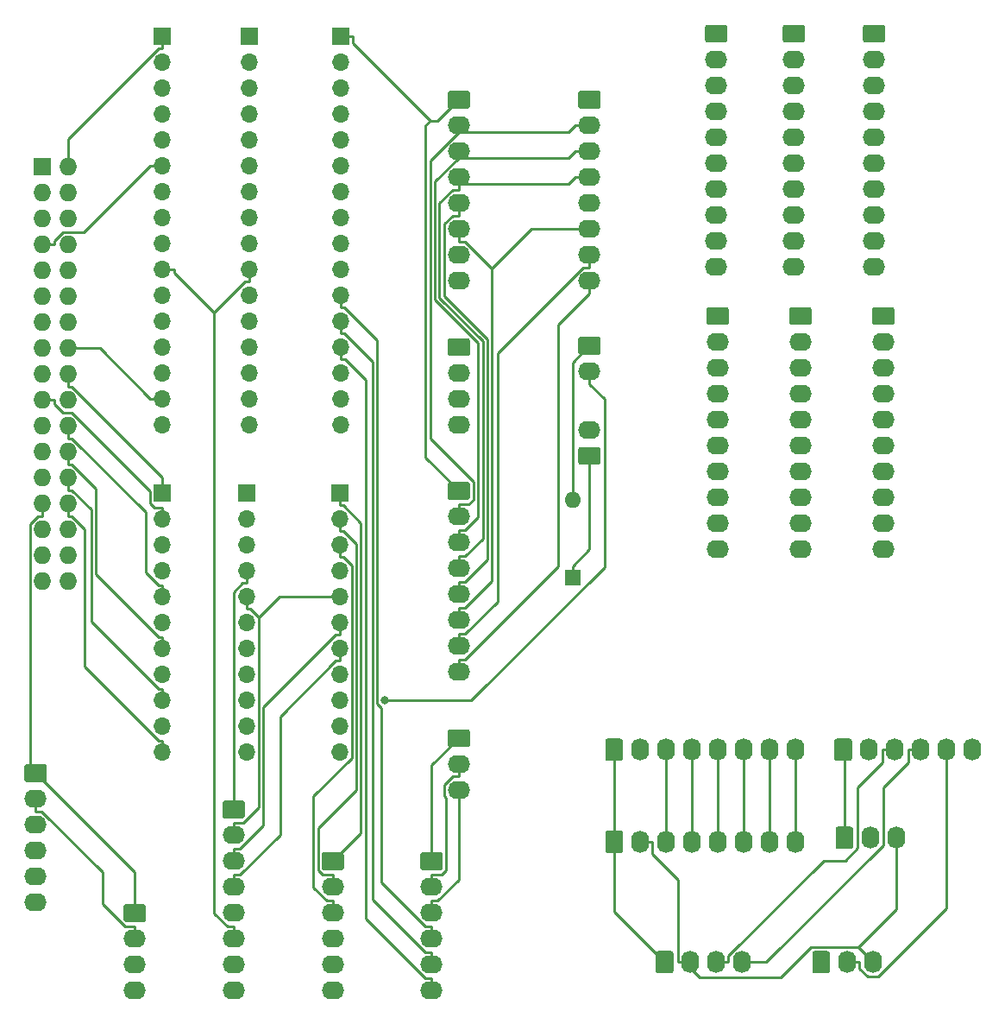
<source format=gbr>
G04 #@! TF.GenerationSoftware,KiCad,Pcbnew,(5.1.5-0-10_14)*
G04 #@! TF.CreationDate,2021-04-18T16:13:15+10:00*
G04 #@! TF.ProjectId,OH - Right Console - Input Distribution,4f48202d-2052-4696-9768-7420436f6e73,rev?*
G04 #@! TF.SameCoordinates,Original*
G04 #@! TF.FileFunction,Copper,L2,Bot*
G04 #@! TF.FilePolarity,Positive*
%FSLAX46Y46*%
G04 Gerber Fmt 4.6, Leading zero omitted, Abs format (unit mm)*
G04 Created by KiCad (PCBNEW (5.1.5-0-10_14)) date 2021-04-18 16:13:15*
%MOMM*%
%LPD*%
G04 APERTURE LIST*
%ADD10O,2.200000X1.740000*%
%ADD11C,0.100000*%
%ADD12O,1.740000X2.200000*%
%ADD13O,1.600000X1.600000*%
%ADD14R,1.600000X1.600000*%
%ADD15O,1.727200X1.727200*%
%ADD16R,1.727200X1.727200*%
%ADD17O,1.700000X1.700000*%
%ADD18R,1.700000X1.700000*%
%ADD19C,0.800000*%
%ADD20C,0.250000*%
G04 APERTURE END LIST*
D10*
X189738000Y-78613000D03*
G04 #@! TA.AperFunction,ComponentPad*
D11*
G36*
X190612505Y-80284204D02*
G01*
X190636773Y-80287804D01*
X190660572Y-80293765D01*
X190683671Y-80302030D01*
X190705850Y-80312520D01*
X190726893Y-80325132D01*
X190746599Y-80339747D01*
X190764777Y-80356223D01*
X190781253Y-80374401D01*
X190795868Y-80394107D01*
X190808480Y-80415150D01*
X190818970Y-80437329D01*
X190827235Y-80460428D01*
X190833196Y-80484227D01*
X190836796Y-80508495D01*
X190838000Y-80532999D01*
X190838000Y-81773001D01*
X190836796Y-81797505D01*
X190833196Y-81821773D01*
X190827235Y-81845572D01*
X190818970Y-81868671D01*
X190808480Y-81890850D01*
X190795868Y-81911893D01*
X190781253Y-81931599D01*
X190764777Y-81949777D01*
X190746599Y-81966253D01*
X190726893Y-81980868D01*
X190705850Y-81993480D01*
X190683671Y-82003970D01*
X190660572Y-82012235D01*
X190636773Y-82018196D01*
X190612505Y-82021796D01*
X190588001Y-82023000D01*
X188887999Y-82023000D01*
X188863495Y-82021796D01*
X188839227Y-82018196D01*
X188815428Y-82012235D01*
X188792329Y-82003970D01*
X188770150Y-81993480D01*
X188749107Y-81980868D01*
X188729401Y-81966253D01*
X188711223Y-81949777D01*
X188694747Y-81931599D01*
X188680132Y-81911893D01*
X188667520Y-81890850D01*
X188657030Y-81868671D01*
X188648765Y-81845572D01*
X188642804Y-81821773D01*
X188639204Y-81797505D01*
X188638000Y-81773001D01*
X188638000Y-80532999D01*
X188639204Y-80508495D01*
X188642804Y-80484227D01*
X188648765Y-80460428D01*
X188657030Y-80437329D01*
X188667520Y-80415150D01*
X188680132Y-80394107D01*
X188694747Y-80374401D01*
X188711223Y-80356223D01*
X188729401Y-80339747D01*
X188749107Y-80325132D01*
X188770150Y-80312520D01*
X188792329Y-80302030D01*
X188815428Y-80293765D01*
X188839227Y-80287804D01*
X188863495Y-80284204D01*
X188887999Y-80283000D01*
X190588001Y-80283000D01*
X190612505Y-80284204D01*
G37*
G04 #@! TD.AperFunction*
D12*
X219837000Y-118618000D03*
X217297000Y-118618000D03*
G04 #@! TA.AperFunction,ComponentPad*
D11*
G36*
X215401505Y-117519204D02*
G01*
X215425773Y-117522804D01*
X215449572Y-117528765D01*
X215472671Y-117537030D01*
X215494850Y-117547520D01*
X215515893Y-117560132D01*
X215535599Y-117574747D01*
X215553777Y-117591223D01*
X215570253Y-117609401D01*
X215584868Y-117629107D01*
X215597480Y-117650150D01*
X215607970Y-117672329D01*
X215616235Y-117695428D01*
X215622196Y-117719227D01*
X215625796Y-117743495D01*
X215627000Y-117767999D01*
X215627000Y-119468001D01*
X215625796Y-119492505D01*
X215622196Y-119516773D01*
X215616235Y-119540572D01*
X215607970Y-119563671D01*
X215597480Y-119585850D01*
X215584868Y-119606893D01*
X215570253Y-119626599D01*
X215553777Y-119644777D01*
X215535599Y-119661253D01*
X215515893Y-119675868D01*
X215494850Y-119688480D01*
X215472671Y-119698970D01*
X215449572Y-119707235D01*
X215425773Y-119713196D01*
X215401505Y-119716796D01*
X215377001Y-119718000D01*
X214136999Y-119718000D01*
X214112495Y-119716796D01*
X214088227Y-119713196D01*
X214064428Y-119707235D01*
X214041329Y-119698970D01*
X214019150Y-119688480D01*
X213998107Y-119675868D01*
X213978401Y-119661253D01*
X213960223Y-119644777D01*
X213943747Y-119626599D01*
X213929132Y-119606893D01*
X213916520Y-119585850D01*
X213906030Y-119563671D01*
X213897765Y-119540572D01*
X213891804Y-119516773D01*
X213888204Y-119492505D01*
X213887000Y-119468001D01*
X213887000Y-117767999D01*
X213888204Y-117743495D01*
X213891804Y-117719227D01*
X213897765Y-117695428D01*
X213906030Y-117672329D01*
X213916520Y-117650150D01*
X213929132Y-117629107D01*
X213943747Y-117609401D01*
X213960223Y-117591223D01*
X213978401Y-117574747D01*
X213998107Y-117560132D01*
X214019150Y-117547520D01*
X214041329Y-117537030D01*
X214064428Y-117528765D01*
X214088227Y-117522804D01*
X214112495Y-117519204D01*
X214136999Y-117518000D01*
X215377001Y-117518000D01*
X215401505Y-117519204D01*
G37*
G04 #@! TD.AperFunction*
D13*
X188087000Y-85471000D03*
D14*
X188087000Y-93091000D03*
D10*
X135382000Y-124968000D03*
X135382000Y-122428000D03*
X135382000Y-119888000D03*
X135382000Y-117348000D03*
X135382000Y-114808000D03*
G04 #@! TA.AperFunction,ComponentPad*
D11*
G36*
X136256505Y-111399204D02*
G01*
X136280773Y-111402804D01*
X136304572Y-111408765D01*
X136327671Y-111417030D01*
X136349850Y-111427520D01*
X136370893Y-111440132D01*
X136390599Y-111454747D01*
X136408777Y-111471223D01*
X136425253Y-111489401D01*
X136439868Y-111509107D01*
X136452480Y-111530150D01*
X136462970Y-111552329D01*
X136471235Y-111575428D01*
X136477196Y-111599227D01*
X136480796Y-111623495D01*
X136482000Y-111647999D01*
X136482000Y-112888001D01*
X136480796Y-112912505D01*
X136477196Y-112936773D01*
X136471235Y-112960572D01*
X136462970Y-112983671D01*
X136452480Y-113005850D01*
X136439868Y-113026893D01*
X136425253Y-113046599D01*
X136408777Y-113064777D01*
X136390599Y-113081253D01*
X136370893Y-113095868D01*
X136349850Y-113108480D01*
X136327671Y-113118970D01*
X136304572Y-113127235D01*
X136280773Y-113133196D01*
X136256505Y-113136796D01*
X136232001Y-113138000D01*
X134531999Y-113138000D01*
X134507495Y-113136796D01*
X134483227Y-113133196D01*
X134459428Y-113127235D01*
X134436329Y-113118970D01*
X134414150Y-113108480D01*
X134393107Y-113095868D01*
X134373401Y-113081253D01*
X134355223Y-113064777D01*
X134338747Y-113046599D01*
X134324132Y-113026893D01*
X134311520Y-113005850D01*
X134301030Y-112983671D01*
X134292765Y-112960572D01*
X134286804Y-112936773D01*
X134283204Y-112912505D01*
X134282000Y-112888001D01*
X134282000Y-111647999D01*
X134283204Y-111623495D01*
X134286804Y-111599227D01*
X134292765Y-111575428D01*
X134301030Y-111552329D01*
X134311520Y-111530150D01*
X134324132Y-111509107D01*
X134338747Y-111489401D01*
X134355223Y-111471223D01*
X134373401Y-111454747D01*
X134393107Y-111440132D01*
X134414150Y-111427520D01*
X134436329Y-111417030D01*
X134459428Y-111408765D01*
X134483227Y-111402804D01*
X134507495Y-111399204D01*
X134531999Y-111398000D01*
X136232001Y-111398000D01*
X136256505Y-111399204D01*
G37*
G04 #@! TD.AperFunction*
D10*
X189738000Y-64008000D03*
X189738000Y-61468000D03*
X189738000Y-58928000D03*
X189738000Y-56388000D03*
X189738000Y-53848000D03*
X189738000Y-51308000D03*
X189738000Y-48768000D03*
G04 #@! TA.AperFunction,ComponentPad*
D11*
G36*
X190612505Y-45359204D02*
G01*
X190636773Y-45362804D01*
X190660572Y-45368765D01*
X190683671Y-45377030D01*
X190705850Y-45387520D01*
X190726893Y-45400132D01*
X190746599Y-45414747D01*
X190764777Y-45431223D01*
X190781253Y-45449401D01*
X190795868Y-45469107D01*
X190808480Y-45490150D01*
X190818970Y-45512329D01*
X190827235Y-45535428D01*
X190833196Y-45559227D01*
X190836796Y-45583495D01*
X190838000Y-45607999D01*
X190838000Y-46848001D01*
X190836796Y-46872505D01*
X190833196Y-46896773D01*
X190827235Y-46920572D01*
X190818970Y-46943671D01*
X190808480Y-46965850D01*
X190795868Y-46986893D01*
X190781253Y-47006599D01*
X190764777Y-47024777D01*
X190746599Y-47041253D01*
X190726893Y-47055868D01*
X190705850Y-47068480D01*
X190683671Y-47078970D01*
X190660572Y-47087235D01*
X190636773Y-47093196D01*
X190612505Y-47096796D01*
X190588001Y-47098000D01*
X188887999Y-47098000D01*
X188863495Y-47096796D01*
X188839227Y-47093196D01*
X188815428Y-47087235D01*
X188792329Y-47078970D01*
X188770150Y-47068480D01*
X188749107Y-47055868D01*
X188729401Y-47041253D01*
X188711223Y-47024777D01*
X188694747Y-47006599D01*
X188680132Y-46986893D01*
X188667520Y-46965850D01*
X188657030Y-46943671D01*
X188648765Y-46920572D01*
X188642804Y-46896773D01*
X188639204Y-46872505D01*
X188638000Y-46848001D01*
X188638000Y-45607999D01*
X188639204Y-45583495D01*
X188642804Y-45559227D01*
X188648765Y-45535428D01*
X188657030Y-45512329D01*
X188667520Y-45490150D01*
X188680132Y-45469107D01*
X188694747Y-45449401D01*
X188711223Y-45431223D01*
X188729401Y-45414747D01*
X188749107Y-45400132D01*
X188770150Y-45387520D01*
X188792329Y-45377030D01*
X188815428Y-45368765D01*
X188839227Y-45362804D01*
X188863495Y-45359204D01*
X188887999Y-45358000D01*
X190588001Y-45358000D01*
X190612505Y-45359204D01*
G37*
G04 #@! TD.AperFunction*
D10*
X189738000Y-72898000D03*
G04 #@! TA.AperFunction,ComponentPad*
D11*
G36*
X190612505Y-69489204D02*
G01*
X190636773Y-69492804D01*
X190660572Y-69498765D01*
X190683671Y-69507030D01*
X190705850Y-69517520D01*
X190726893Y-69530132D01*
X190746599Y-69544747D01*
X190764777Y-69561223D01*
X190781253Y-69579401D01*
X190795868Y-69599107D01*
X190808480Y-69620150D01*
X190818970Y-69642329D01*
X190827235Y-69665428D01*
X190833196Y-69689227D01*
X190836796Y-69713495D01*
X190838000Y-69737999D01*
X190838000Y-70978001D01*
X190836796Y-71002505D01*
X190833196Y-71026773D01*
X190827235Y-71050572D01*
X190818970Y-71073671D01*
X190808480Y-71095850D01*
X190795868Y-71116893D01*
X190781253Y-71136599D01*
X190764777Y-71154777D01*
X190746599Y-71171253D01*
X190726893Y-71185868D01*
X190705850Y-71198480D01*
X190683671Y-71208970D01*
X190660572Y-71217235D01*
X190636773Y-71223196D01*
X190612505Y-71226796D01*
X190588001Y-71228000D01*
X188887999Y-71228000D01*
X188863495Y-71226796D01*
X188839227Y-71223196D01*
X188815428Y-71217235D01*
X188792329Y-71208970D01*
X188770150Y-71198480D01*
X188749107Y-71185868D01*
X188729401Y-71171253D01*
X188711223Y-71154777D01*
X188694747Y-71136599D01*
X188680132Y-71116893D01*
X188667520Y-71095850D01*
X188657030Y-71073671D01*
X188648765Y-71050572D01*
X188642804Y-71026773D01*
X188639204Y-71002505D01*
X188638000Y-70978001D01*
X188638000Y-69737999D01*
X188639204Y-69713495D01*
X188642804Y-69689227D01*
X188648765Y-69665428D01*
X188657030Y-69642329D01*
X188667520Y-69620150D01*
X188680132Y-69599107D01*
X188694747Y-69579401D01*
X188711223Y-69561223D01*
X188729401Y-69544747D01*
X188749107Y-69530132D01*
X188770150Y-69517520D01*
X188792329Y-69507030D01*
X188815428Y-69498765D01*
X188839227Y-69492804D01*
X188863495Y-69489204D01*
X188887999Y-69488000D01*
X190588001Y-69488000D01*
X190612505Y-69489204D01*
G37*
G04 #@! TD.AperFunction*
D12*
X217551000Y-130810000D03*
X215011000Y-130810000D03*
G04 #@! TA.AperFunction,ComponentPad*
D11*
G36*
X213115505Y-129711204D02*
G01*
X213139773Y-129714804D01*
X213163572Y-129720765D01*
X213186671Y-129729030D01*
X213208850Y-129739520D01*
X213229893Y-129752132D01*
X213249599Y-129766747D01*
X213267777Y-129783223D01*
X213284253Y-129801401D01*
X213298868Y-129821107D01*
X213311480Y-129842150D01*
X213321970Y-129864329D01*
X213330235Y-129887428D01*
X213336196Y-129911227D01*
X213339796Y-129935495D01*
X213341000Y-129959999D01*
X213341000Y-131660001D01*
X213339796Y-131684505D01*
X213336196Y-131708773D01*
X213330235Y-131732572D01*
X213321970Y-131755671D01*
X213311480Y-131777850D01*
X213298868Y-131798893D01*
X213284253Y-131818599D01*
X213267777Y-131836777D01*
X213249599Y-131853253D01*
X213229893Y-131867868D01*
X213208850Y-131880480D01*
X213186671Y-131890970D01*
X213163572Y-131899235D01*
X213139773Y-131905196D01*
X213115505Y-131908796D01*
X213091001Y-131910000D01*
X211850999Y-131910000D01*
X211826495Y-131908796D01*
X211802227Y-131905196D01*
X211778428Y-131899235D01*
X211755329Y-131890970D01*
X211733150Y-131880480D01*
X211712107Y-131867868D01*
X211692401Y-131853253D01*
X211674223Y-131836777D01*
X211657747Y-131818599D01*
X211643132Y-131798893D01*
X211630520Y-131777850D01*
X211620030Y-131755671D01*
X211611765Y-131732572D01*
X211605804Y-131708773D01*
X211602204Y-131684505D01*
X211601000Y-131660001D01*
X211601000Y-129959999D01*
X211602204Y-129935495D01*
X211605804Y-129911227D01*
X211611765Y-129887428D01*
X211620030Y-129864329D01*
X211630520Y-129842150D01*
X211643132Y-129821107D01*
X211657747Y-129801401D01*
X211674223Y-129783223D01*
X211692401Y-129766747D01*
X211712107Y-129752132D01*
X211733150Y-129739520D01*
X211755329Y-129729030D01*
X211778428Y-129720765D01*
X211802227Y-129714804D01*
X211826495Y-129711204D01*
X211850999Y-129710000D01*
X213091001Y-129710000D01*
X213115505Y-129711204D01*
G37*
G04 #@! TD.AperFunction*
D10*
X176911000Y-64008000D03*
X176911000Y-61468000D03*
X176911000Y-58928000D03*
X176911000Y-56388000D03*
X176911000Y-53848000D03*
X176911000Y-51308000D03*
X176911000Y-48768000D03*
G04 #@! TA.AperFunction,ComponentPad*
D11*
G36*
X177785505Y-45359204D02*
G01*
X177809773Y-45362804D01*
X177833572Y-45368765D01*
X177856671Y-45377030D01*
X177878850Y-45387520D01*
X177899893Y-45400132D01*
X177919599Y-45414747D01*
X177937777Y-45431223D01*
X177954253Y-45449401D01*
X177968868Y-45469107D01*
X177981480Y-45490150D01*
X177991970Y-45512329D01*
X178000235Y-45535428D01*
X178006196Y-45559227D01*
X178009796Y-45583495D01*
X178011000Y-45607999D01*
X178011000Y-46848001D01*
X178009796Y-46872505D01*
X178006196Y-46896773D01*
X178000235Y-46920572D01*
X177991970Y-46943671D01*
X177981480Y-46965850D01*
X177968868Y-46986893D01*
X177954253Y-47006599D01*
X177937777Y-47024777D01*
X177919599Y-47041253D01*
X177899893Y-47055868D01*
X177878850Y-47068480D01*
X177856671Y-47078970D01*
X177833572Y-47087235D01*
X177809773Y-47093196D01*
X177785505Y-47096796D01*
X177761001Y-47098000D01*
X176060999Y-47098000D01*
X176036495Y-47096796D01*
X176012227Y-47093196D01*
X175988428Y-47087235D01*
X175965329Y-47078970D01*
X175943150Y-47068480D01*
X175922107Y-47055868D01*
X175902401Y-47041253D01*
X175884223Y-47024777D01*
X175867747Y-47006599D01*
X175853132Y-46986893D01*
X175840520Y-46965850D01*
X175830030Y-46943671D01*
X175821765Y-46920572D01*
X175815804Y-46896773D01*
X175812204Y-46872505D01*
X175811000Y-46848001D01*
X175811000Y-45607999D01*
X175812204Y-45583495D01*
X175815804Y-45559227D01*
X175821765Y-45535428D01*
X175830030Y-45512329D01*
X175840520Y-45490150D01*
X175853132Y-45469107D01*
X175867747Y-45449401D01*
X175884223Y-45431223D01*
X175902401Y-45414747D01*
X175922107Y-45400132D01*
X175943150Y-45387520D01*
X175965329Y-45377030D01*
X175988428Y-45368765D01*
X176012227Y-45362804D01*
X176036495Y-45359204D01*
X176060999Y-45358000D01*
X177761001Y-45358000D01*
X177785505Y-45359204D01*
G37*
G04 #@! TD.AperFunction*
D10*
X176911000Y-78105000D03*
X176911000Y-75565000D03*
X176911000Y-73025000D03*
G04 #@! TA.AperFunction,ComponentPad*
D11*
G36*
X177785505Y-69616204D02*
G01*
X177809773Y-69619804D01*
X177833572Y-69625765D01*
X177856671Y-69634030D01*
X177878850Y-69644520D01*
X177899893Y-69657132D01*
X177919599Y-69671747D01*
X177937777Y-69688223D01*
X177954253Y-69706401D01*
X177968868Y-69726107D01*
X177981480Y-69747150D01*
X177991970Y-69769329D01*
X178000235Y-69792428D01*
X178006196Y-69816227D01*
X178009796Y-69840495D01*
X178011000Y-69864999D01*
X178011000Y-71105001D01*
X178009796Y-71129505D01*
X178006196Y-71153773D01*
X178000235Y-71177572D01*
X177991970Y-71200671D01*
X177981480Y-71222850D01*
X177968868Y-71243893D01*
X177954253Y-71263599D01*
X177937777Y-71281777D01*
X177919599Y-71298253D01*
X177899893Y-71312868D01*
X177878850Y-71325480D01*
X177856671Y-71335970D01*
X177833572Y-71344235D01*
X177809773Y-71350196D01*
X177785505Y-71353796D01*
X177761001Y-71355000D01*
X176060999Y-71355000D01*
X176036495Y-71353796D01*
X176012227Y-71350196D01*
X175988428Y-71344235D01*
X175965329Y-71335970D01*
X175943150Y-71325480D01*
X175922107Y-71312868D01*
X175902401Y-71298253D01*
X175884223Y-71281777D01*
X175867747Y-71263599D01*
X175853132Y-71243893D01*
X175840520Y-71222850D01*
X175830030Y-71200671D01*
X175821765Y-71177572D01*
X175815804Y-71153773D01*
X175812204Y-71129505D01*
X175811000Y-71105001D01*
X175811000Y-69864999D01*
X175812204Y-69840495D01*
X175815804Y-69816227D01*
X175821765Y-69792428D01*
X175830030Y-69769329D01*
X175840520Y-69747150D01*
X175853132Y-69726107D01*
X175867747Y-69706401D01*
X175884223Y-69688223D01*
X175902401Y-69671747D01*
X175922107Y-69657132D01*
X175943150Y-69644520D01*
X175965329Y-69634030D01*
X175988428Y-69625765D01*
X176012227Y-69619804D01*
X176036495Y-69616204D01*
X176060999Y-69615000D01*
X177761001Y-69615000D01*
X177785505Y-69616204D01*
G37*
G04 #@! TD.AperFunction*
D10*
X174244000Y-133604000D03*
X174244000Y-131064000D03*
X174244000Y-128524000D03*
X174244000Y-125984000D03*
X174244000Y-123444000D03*
G04 #@! TA.AperFunction,ComponentPad*
D11*
G36*
X175118505Y-120035204D02*
G01*
X175142773Y-120038804D01*
X175166572Y-120044765D01*
X175189671Y-120053030D01*
X175211850Y-120063520D01*
X175232893Y-120076132D01*
X175252599Y-120090747D01*
X175270777Y-120107223D01*
X175287253Y-120125401D01*
X175301868Y-120145107D01*
X175314480Y-120166150D01*
X175324970Y-120188329D01*
X175333235Y-120211428D01*
X175339196Y-120235227D01*
X175342796Y-120259495D01*
X175344000Y-120283999D01*
X175344000Y-121524001D01*
X175342796Y-121548505D01*
X175339196Y-121572773D01*
X175333235Y-121596572D01*
X175324970Y-121619671D01*
X175314480Y-121641850D01*
X175301868Y-121662893D01*
X175287253Y-121682599D01*
X175270777Y-121700777D01*
X175252599Y-121717253D01*
X175232893Y-121731868D01*
X175211850Y-121744480D01*
X175189671Y-121754970D01*
X175166572Y-121763235D01*
X175142773Y-121769196D01*
X175118505Y-121772796D01*
X175094001Y-121774000D01*
X173393999Y-121774000D01*
X173369495Y-121772796D01*
X173345227Y-121769196D01*
X173321428Y-121763235D01*
X173298329Y-121754970D01*
X173276150Y-121744480D01*
X173255107Y-121731868D01*
X173235401Y-121717253D01*
X173217223Y-121700777D01*
X173200747Y-121682599D01*
X173186132Y-121662893D01*
X173173520Y-121641850D01*
X173163030Y-121619671D01*
X173154765Y-121596572D01*
X173148804Y-121572773D01*
X173145204Y-121548505D01*
X173144000Y-121524001D01*
X173144000Y-120283999D01*
X173145204Y-120259495D01*
X173148804Y-120235227D01*
X173154765Y-120211428D01*
X173163030Y-120188329D01*
X173173520Y-120166150D01*
X173186132Y-120145107D01*
X173200747Y-120125401D01*
X173217223Y-120107223D01*
X173235401Y-120090747D01*
X173255107Y-120076132D01*
X173276150Y-120063520D01*
X173298329Y-120053030D01*
X173321428Y-120044765D01*
X173345227Y-120038804D01*
X173369495Y-120035204D01*
X173393999Y-120034000D01*
X175094001Y-120034000D01*
X175118505Y-120035204D01*
G37*
G04 #@! TD.AperFunction*
D10*
X176911000Y-102362000D03*
X176911000Y-99822000D03*
X176911000Y-97282000D03*
X176911000Y-94742000D03*
X176911000Y-92202000D03*
X176911000Y-89662000D03*
X176911000Y-87122000D03*
G04 #@! TA.AperFunction,ComponentPad*
D11*
G36*
X177785505Y-83713204D02*
G01*
X177809773Y-83716804D01*
X177833572Y-83722765D01*
X177856671Y-83731030D01*
X177878850Y-83741520D01*
X177899893Y-83754132D01*
X177919599Y-83768747D01*
X177937777Y-83785223D01*
X177954253Y-83803401D01*
X177968868Y-83823107D01*
X177981480Y-83844150D01*
X177991970Y-83866329D01*
X178000235Y-83889428D01*
X178006196Y-83913227D01*
X178009796Y-83937495D01*
X178011000Y-83961999D01*
X178011000Y-85202001D01*
X178009796Y-85226505D01*
X178006196Y-85250773D01*
X178000235Y-85274572D01*
X177991970Y-85297671D01*
X177981480Y-85319850D01*
X177968868Y-85340893D01*
X177954253Y-85360599D01*
X177937777Y-85378777D01*
X177919599Y-85395253D01*
X177899893Y-85409868D01*
X177878850Y-85422480D01*
X177856671Y-85432970D01*
X177833572Y-85441235D01*
X177809773Y-85447196D01*
X177785505Y-85450796D01*
X177761001Y-85452000D01*
X176060999Y-85452000D01*
X176036495Y-85450796D01*
X176012227Y-85447196D01*
X175988428Y-85441235D01*
X175965329Y-85432970D01*
X175943150Y-85422480D01*
X175922107Y-85409868D01*
X175902401Y-85395253D01*
X175884223Y-85378777D01*
X175867747Y-85360599D01*
X175853132Y-85340893D01*
X175840520Y-85319850D01*
X175830030Y-85297671D01*
X175821765Y-85274572D01*
X175815804Y-85250773D01*
X175812204Y-85226505D01*
X175811000Y-85202001D01*
X175811000Y-83961999D01*
X175812204Y-83937495D01*
X175815804Y-83913227D01*
X175821765Y-83889428D01*
X175830030Y-83866329D01*
X175840520Y-83844150D01*
X175853132Y-83823107D01*
X175867747Y-83803401D01*
X175884223Y-83785223D01*
X175902401Y-83768747D01*
X175922107Y-83754132D01*
X175943150Y-83741520D01*
X175965329Y-83731030D01*
X175988428Y-83722765D01*
X176012227Y-83716804D01*
X176036495Y-83713204D01*
X176060999Y-83712000D01*
X177761001Y-83712000D01*
X177785505Y-83713204D01*
G37*
G04 #@! TD.AperFunction*
D10*
X176911000Y-113919000D03*
X176911000Y-111379000D03*
G04 #@! TA.AperFunction,ComponentPad*
D11*
G36*
X177785505Y-107970204D02*
G01*
X177809773Y-107973804D01*
X177833572Y-107979765D01*
X177856671Y-107988030D01*
X177878850Y-107998520D01*
X177899893Y-108011132D01*
X177919599Y-108025747D01*
X177937777Y-108042223D01*
X177954253Y-108060401D01*
X177968868Y-108080107D01*
X177981480Y-108101150D01*
X177991970Y-108123329D01*
X178000235Y-108146428D01*
X178006196Y-108170227D01*
X178009796Y-108194495D01*
X178011000Y-108218999D01*
X178011000Y-109459001D01*
X178009796Y-109483505D01*
X178006196Y-109507773D01*
X178000235Y-109531572D01*
X177991970Y-109554671D01*
X177981480Y-109576850D01*
X177968868Y-109597893D01*
X177954253Y-109617599D01*
X177937777Y-109635777D01*
X177919599Y-109652253D01*
X177899893Y-109666868D01*
X177878850Y-109679480D01*
X177856671Y-109689970D01*
X177833572Y-109698235D01*
X177809773Y-109704196D01*
X177785505Y-109707796D01*
X177761001Y-109709000D01*
X176060999Y-109709000D01*
X176036495Y-109707796D01*
X176012227Y-109704196D01*
X175988428Y-109698235D01*
X175965329Y-109689970D01*
X175943150Y-109679480D01*
X175922107Y-109666868D01*
X175902401Y-109652253D01*
X175884223Y-109635777D01*
X175867747Y-109617599D01*
X175853132Y-109597893D01*
X175840520Y-109576850D01*
X175830030Y-109554671D01*
X175821765Y-109531572D01*
X175815804Y-109507773D01*
X175812204Y-109483505D01*
X175811000Y-109459001D01*
X175811000Y-108218999D01*
X175812204Y-108194495D01*
X175815804Y-108170227D01*
X175821765Y-108146428D01*
X175830030Y-108123329D01*
X175840520Y-108101150D01*
X175853132Y-108080107D01*
X175867747Y-108060401D01*
X175884223Y-108042223D01*
X175902401Y-108025747D01*
X175922107Y-108011132D01*
X175943150Y-107998520D01*
X175965329Y-107988030D01*
X175988428Y-107979765D01*
X176012227Y-107973804D01*
X176036495Y-107970204D01*
X176060999Y-107969000D01*
X177761001Y-107969000D01*
X177785505Y-107970204D01*
G37*
G04 #@! TD.AperFunction*
D12*
X209931000Y-118999000D03*
X207391000Y-118999000D03*
X204851000Y-118999000D03*
X202311000Y-118999000D03*
X199771000Y-118999000D03*
X197231000Y-118999000D03*
X194691000Y-118999000D03*
G04 #@! TA.AperFunction,ComponentPad*
D11*
G36*
X192795505Y-117900204D02*
G01*
X192819773Y-117903804D01*
X192843572Y-117909765D01*
X192866671Y-117918030D01*
X192888850Y-117928520D01*
X192909893Y-117941132D01*
X192929599Y-117955747D01*
X192947777Y-117972223D01*
X192964253Y-117990401D01*
X192978868Y-118010107D01*
X192991480Y-118031150D01*
X193001970Y-118053329D01*
X193010235Y-118076428D01*
X193016196Y-118100227D01*
X193019796Y-118124495D01*
X193021000Y-118148999D01*
X193021000Y-119849001D01*
X193019796Y-119873505D01*
X193016196Y-119897773D01*
X193010235Y-119921572D01*
X193001970Y-119944671D01*
X192991480Y-119966850D01*
X192978868Y-119987893D01*
X192964253Y-120007599D01*
X192947777Y-120025777D01*
X192929599Y-120042253D01*
X192909893Y-120056868D01*
X192888850Y-120069480D01*
X192866671Y-120079970D01*
X192843572Y-120088235D01*
X192819773Y-120094196D01*
X192795505Y-120097796D01*
X192771001Y-120099000D01*
X191530999Y-120099000D01*
X191506495Y-120097796D01*
X191482227Y-120094196D01*
X191458428Y-120088235D01*
X191435329Y-120079970D01*
X191413150Y-120069480D01*
X191392107Y-120056868D01*
X191372401Y-120042253D01*
X191354223Y-120025777D01*
X191337747Y-120007599D01*
X191323132Y-119987893D01*
X191310520Y-119966850D01*
X191300030Y-119944671D01*
X191291765Y-119921572D01*
X191285804Y-119897773D01*
X191282204Y-119873505D01*
X191281000Y-119849001D01*
X191281000Y-118148999D01*
X191282204Y-118124495D01*
X191285804Y-118100227D01*
X191291765Y-118076428D01*
X191300030Y-118053329D01*
X191310520Y-118031150D01*
X191323132Y-118010107D01*
X191337747Y-117990401D01*
X191354223Y-117972223D01*
X191372401Y-117955747D01*
X191392107Y-117941132D01*
X191413150Y-117928520D01*
X191435329Y-117918030D01*
X191458428Y-117909765D01*
X191482227Y-117903804D01*
X191506495Y-117900204D01*
X191530999Y-117899000D01*
X192771001Y-117899000D01*
X192795505Y-117900204D01*
G37*
G04 #@! TD.AperFunction*
D12*
X204724000Y-130810000D03*
X202184000Y-130810000D03*
X199644000Y-130810000D03*
G04 #@! TA.AperFunction,ComponentPad*
D11*
G36*
X197748505Y-129711204D02*
G01*
X197772773Y-129714804D01*
X197796572Y-129720765D01*
X197819671Y-129729030D01*
X197841850Y-129739520D01*
X197862893Y-129752132D01*
X197882599Y-129766747D01*
X197900777Y-129783223D01*
X197917253Y-129801401D01*
X197931868Y-129821107D01*
X197944480Y-129842150D01*
X197954970Y-129864329D01*
X197963235Y-129887428D01*
X197969196Y-129911227D01*
X197972796Y-129935495D01*
X197974000Y-129959999D01*
X197974000Y-131660001D01*
X197972796Y-131684505D01*
X197969196Y-131708773D01*
X197963235Y-131732572D01*
X197954970Y-131755671D01*
X197944480Y-131777850D01*
X197931868Y-131798893D01*
X197917253Y-131818599D01*
X197900777Y-131836777D01*
X197882599Y-131853253D01*
X197862893Y-131867868D01*
X197841850Y-131880480D01*
X197819671Y-131890970D01*
X197796572Y-131899235D01*
X197772773Y-131905196D01*
X197748505Y-131908796D01*
X197724001Y-131910000D01*
X196483999Y-131910000D01*
X196459495Y-131908796D01*
X196435227Y-131905196D01*
X196411428Y-131899235D01*
X196388329Y-131890970D01*
X196366150Y-131880480D01*
X196345107Y-131867868D01*
X196325401Y-131853253D01*
X196307223Y-131836777D01*
X196290747Y-131818599D01*
X196276132Y-131798893D01*
X196263520Y-131777850D01*
X196253030Y-131755671D01*
X196244765Y-131732572D01*
X196238804Y-131708773D01*
X196235204Y-131684505D01*
X196234000Y-131660001D01*
X196234000Y-129959999D01*
X196235204Y-129935495D01*
X196238804Y-129911227D01*
X196244765Y-129887428D01*
X196253030Y-129864329D01*
X196263520Y-129842150D01*
X196276132Y-129821107D01*
X196290747Y-129801401D01*
X196307223Y-129783223D01*
X196325401Y-129766747D01*
X196345107Y-129752132D01*
X196366150Y-129739520D01*
X196388329Y-129729030D01*
X196411428Y-129720765D01*
X196435227Y-129714804D01*
X196459495Y-129711204D01*
X196483999Y-129710000D01*
X197724001Y-129710000D01*
X197748505Y-129711204D01*
G37*
G04 #@! TD.AperFunction*
D10*
X164528000Y-133604000D03*
X164528000Y-131064000D03*
X164528000Y-128524000D03*
X164528000Y-125984000D03*
X164528000Y-123444000D03*
G04 #@! TA.AperFunction,ComponentPad*
D11*
G36*
X165402505Y-120035204D02*
G01*
X165426773Y-120038804D01*
X165450572Y-120044765D01*
X165473671Y-120053030D01*
X165495850Y-120063520D01*
X165516893Y-120076132D01*
X165536599Y-120090747D01*
X165554777Y-120107223D01*
X165571253Y-120125401D01*
X165585868Y-120145107D01*
X165598480Y-120166150D01*
X165608970Y-120188329D01*
X165617235Y-120211428D01*
X165623196Y-120235227D01*
X165626796Y-120259495D01*
X165628000Y-120283999D01*
X165628000Y-121524001D01*
X165626796Y-121548505D01*
X165623196Y-121572773D01*
X165617235Y-121596572D01*
X165608970Y-121619671D01*
X165598480Y-121641850D01*
X165585868Y-121662893D01*
X165571253Y-121682599D01*
X165554777Y-121700777D01*
X165536599Y-121717253D01*
X165516893Y-121731868D01*
X165495850Y-121744480D01*
X165473671Y-121754970D01*
X165450572Y-121763235D01*
X165426773Y-121769196D01*
X165402505Y-121772796D01*
X165378001Y-121774000D01*
X163677999Y-121774000D01*
X163653495Y-121772796D01*
X163629227Y-121769196D01*
X163605428Y-121763235D01*
X163582329Y-121754970D01*
X163560150Y-121744480D01*
X163539107Y-121731868D01*
X163519401Y-121717253D01*
X163501223Y-121700777D01*
X163484747Y-121682599D01*
X163470132Y-121662893D01*
X163457520Y-121641850D01*
X163447030Y-121619671D01*
X163438765Y-121596572D01*
X163432804Y-121572773D01*
X163429204Y-121548505D01*
X163428000Y-121524001D01*
X163428000Y-120283999D01*
X163429204Y-120259495D01*
X163432804Y-120235227D01*
X163438765Y-120211428D01*
X163447030Y-120188329D01*
X163457520Y-120166150D01*
X163470132Y-120145107D01*
X163484747Y-120125401D01*
X163501223Y-120107223D01*
X163519401Y-120090747D01*
X163539107Y-120076132D01*
X163560150Y-120063520D01*
X163582329Y-120053030D01*
X163605428Y-120044765D01*
X163629227Y-120038804D01*
X163653495Y-120035204D01*
X163677999Y-120034000D01*
X165378001Y-120034000D01*
X165402505Y-120035204D01*
G37*
G04 #@! TD.AperFunction*
D10*
X154813000Y-133604000D03*
X154813000Y-131064000D03*
X154813000Y-128524000D03*
X154813000Y-125984000D03*
X154813000Y-123444000D03*
X154813000Y-120904000D03*
X154813000Y-118364000D03*
G04 #@! TA.AperFunction,ComponentPad*
D11*
G36*
X155687505Y-114955204D02*
G01*
X155711773Y-114958804D01*
X155735572Y-114964765D01*
X155758671Y-114973030D01*
X155780850Y-114983520D01*
X155801893Y-114996132D01*
X155821599Y-115010747D01*
X155839777Y-115027223D01*
X155856253Y-115045401D01*
X155870868Y-115065107D01*
X155883480Y-115086150D01*
X155893970Y-115108329D01*
X155902235Y-115131428D01*
X155908196Y-115155227D01*
X155911796Y-115179495D01*
X155913000Y-115203999D01*
X155913000Y-116444001D01*
X155911796Y-116468505D01*
X155908196Y-116492773D01*
X155902235Y-116516572D01*
X155893970Y-116539671D01*
X155883480Y-116561850D01*
X155870868Y-116582893D01*
X155856253Y-116602599D01*
X155839777Y-116620777D01*
X155821599Y-116637253D01*
X155801893Y-116651868D01*
X155780850Y-116664480D01*
X155758671Y-116674970D01*
X155735572Y-116683235D01*
X155711773Y-116689196D01*
X155687505Y-116692796D01*
X155663001Y-116694000D01*
X153962999Y-116694000D01*
X153938495Y-116692796D01*
X153914227Y-116689196D01*
X153890428Y-116683235D01*
X153867329Y-116674970D01*
X153845150Y-116664480D01*
X153824107Y-116651868D01*
X153804401Y-116637253D01*
X153786223Y-116620777D01*
X153769747Y-116602599D01*
X153755132Y-116582893D01*
X153742520Y-116561850D01*
X153732030Y-116539671D01*
X153723765Y-116516572D01*
X153717804Y-116492773D01*
X153714204Y-116468505D01*
X153713000Y-116444001D01*
X153713000Y-115203999D01*
X153714204Y-115179495D01*
X153717804Y-115155227D01*
X153723765Y-115131428D01*
X153732030Y-115108329D01*
X153742520Y-115086150D01*
X153755132Y-115065107D01*
X153769747Y-115045401D01*
X153786223Y-115027223D01*
X153804401Y-115010747D01*
X153824107Y-114996132D01*
X153845150Y-114983520D01*
X153867329Y-114973030D01*
X153890428Y-114964765D01*
X153914227Y-114958804D01*
X153938495Y-114955204D01*
X153962999Y-114954000D01*
X155663001Y-114954000D01*
X155687505Y-114955204D01*
G37*
G04 #@! TD.AperFunction*
D12*
X227330000Y-109982000D03*
X224790000Y-109982000D03*
X222250000Y-109982000D03*
X219710000Y-109982000D03*
X217170000Y-109982000D03*
G04 #@! TA.AperFunction,ComponentPad*
D11*
G36*
X215274505Y-108883204D02*
G01*
X215298773Y-108886804D01*
X215322572Y-108892765D01*
X215345671Y-108901030D01*
X215367850Y-108911520D01*
X215388893Y-108924132D01*
X215408599Y-108938747D01*
X215426777Y-108955223D01*
X215443253Y-108973401D01*
X215457868Y-108993107D01*
X215470480Y-109014150D01*
X215480970Y-109036329D01*
X215489235Y-109059428D01*
X215495196Y-109083227D01*
X215498796Y-109107495D01*
X215500000Y-109131999D01*
X215500000Y-110832001D01*
X215498796Y-110856505D01*
X215495196Y-110880773D01*
X215489235Y-110904572D01*
X215480970Y-110927671D01*
X215470480Y-110949850D01*
X215457868Y-110970893D01*
X215443253Y-110990599D01*
X215426777Y-111008777D01*
X215408599Y-111025253D01*
X215388893Y-111039868D01*
X215367850Y-111052480D01*
X215345671Y-111062970D01*
X215322572Y-111071235D01*
X215298773Y-111077196D01*
X215274505Y-111080796D01*
X215250001Y-111082000D01*
X214009999Y-111082000D01*
X213985495Y-111080796D01*
X213961227Y-111077196D01*
X213937428Y-111071235D01*
X213914329Y-111062970D01*
X213892150Y-111052480D01*
X213871107Y-111039868D01*
X213851401Y-111025253D01*
X213833223Y-111008777D01*
X213816747Y-110990599D01*
X213802132Y-110970893D01*
X213789520Y-110949850D01*
X213779030Y-110927671D01*
X213770765Y-110904572D01*
X213764804Y-110880773D01*
X213761204Y-110856505D01*
X213760000Y-110832001D01*
X213760000Y-109131999D01*
X213761204Y-109107495D01*
X213764804Y-109083227D01*
X213770765Y-109059428D01*
X213779030Y-109036329D01*
X213789520Y-109014150D01*
X213802132Y-108993107D01*
X213816747Y-108973401D01*
X213833223Y-108955223D01*
X213851401Y-108938747D01*
X213871107Y-108924132D01*
X213892150Y-108911520D01*
X213914329Y-108901030D01*
X213937428Y-108892765D01*
X213961227Y-108886804D01*
X213985495Y-108883204D01*
X214009999Y-108882000D01*
X215250001Y-108882000D01*
X215274505Y-108883204D01*
G37*
G04 #@! TD.AperFunction*
D10*
X145098000Y-133604000D03*
X145098000Y-131064000D03*
X145098000Y-128524000D03*
G04 #@! TA.AperFunction,ComponentPad*
D11*
G36*
X145972505Y-125115204D02*
G01*
X145996773Y-125118804D01*
X146020572Y-125124765D01*
X146043671Y-125133030D01*
X146065850Y-125143520D01*
X146086893Y-125156132D01*
X146106599Y-125170747D01*
X146124777Y-125187223D01*
X146141253Y-125205401D01*
X146155868Y-125225107D01*
X146168480Y-125246150D01*
X146178970Y-125268329D01*
X146187235Y-125291428D01*
X146193196Y-125315227D01*
X146196796Y-125339495D01*
X146198000Y-125363999D01*
X146198000Y-126604001D01*
X146196796Y-126628505D01*
X146193196Y-126652773D01*
X146187235Y-126676572D01*
X146178970Y-126699671D01*
X146168480Y-126721850D01*
X146155868Y-126742893D01*
X146141253Y-126762599D01*
X146124777Y-126780777D01*
X146106599Y-126797253D01*
X146086893Y-126811868D01*
X146065850Y-126824480D01*
X146043671Y-126834970D01*
X146020572Y-126843235D01*
X145996773Y-126849196D01*
X145972505Y-126852796D01*
X145948001Y-126854000D01*
X144247999Y-126854000D01*
X144223495Y-126852796D01*
X144199227Y-126849196D01*
X144175428Y-126843235D01*
X144152329Y-126834970D01*
X144130150Y-126824480D01*
X144109107Y-126811868D01*
X144089401Y-126797253D01*
X144071223Y-126780777D01*
X144054747Y-126762599D01*
X144040132Y-126742893D01*
X144027520Y-126721850D01*
X144017030Y-126699671D01*
X144008765Y-126676572D01*
X144002804Y-126652773D01*
X143999204Y-126628505D01*
X143998000Y-126604001D01*
X143998000Y-125363999D01*
X143999204Y-125339495D01*
X144002804Y-125315227D01*
X144008765Y-125291428D01*
X144017030Y-125268329D01*
X144027520Y-125246150D01*
X144040132Y-125225107D01*
X144054747Y-125205401D01*
X144071223Y-125187223D01*
X144089401Y-125170747D01*
X144109107Y-125156132D01*
X144130150Y-125143520D01*
X144152329Y-125133030D01*
X144175428Y-125124765D01*
X144199227Y-125118804D01*
X144223495Y-125115204D01*
X144247999Y-125114000D01*
X145948001Y-125114000D01*
X145972505Y-125115204D01*
G37*
G04 #@! TD.AperFunction*
D10*
X202184000Y-62611000D03*
X202184000Y-60071000D03*
X202184000Y-57531000D03*
X202184000Y-54991000D03*
X202184000Y-52451000D03*
X202184000Y-49911000D03*
X202184000Y-47371000D03*
X202184000Y-44831000D03*
X202184000Y-42291000D03*
G04 #@! TA.AperFunction,ComponentPad*
D11*
G36*
X203058505Y-38882204D02*
G01*
X203082773Y-38885804D01*
X203106572Y-38891765D01*
X203129671Y-38900030D01*
X203151850Y-38910520D01*
X203172893Y-38923132D01*
X203192599Y-38937747D01*
X203210777Y-38954223D01*
X203227253Y-38972401D01*
X203241868Y-38992107D01*
X203254480Y-39013150D01*
X203264970Y-39035329D01*
X203273235Y-39058428D01*
X203279196Y-39082227D01*
X203282796Y-39106495D01*
X203284000Y-39130999D01*
X203284000Y-40371001D01*
X203282796Y-40395505D01*
X203279196Y-40419773D01*
X203273235Y-40443572D01*
X203264970Y-40466671D01*
X203254480Y-40488850D01*
X203241868Y-40509893D01*
X203227253Y-40529599D01*
X203210777Y-40547777D01*
X203192599Y-40564253D01*
X203172893Y-40578868D01*
X203151850Y-40591480D01*
X203129671Y-40601970D01*
X203106572Y-40610235D01*
X203082773Y-40616196D01*
X203058505Y-40619796D01*
X203034001Y-40621000D01*
X201333999Y-40621000D01*
X201309495Y-40619796D01*
X201285227Y-40616196D01*
X201261428Y-40610235D01*
X201238329Y-40601970D01*
X201216150Y-40591480D01*
X201195107Y-40578868D01*
X201175401Y-40564253D01*
X201157223Y-40547777D01*
X201140747Y-40529599D01*
X201126132Y-40509893D01*
X201113520Y-40488850D01*
X201103030Y-40466671D01*
X201094765Y-40443572D01*
X201088804Y-40419773D01*
X201085204Y-40395505D01*
X201084000Y-40371001D01*
X201084000Y-39130999D01*
X201085204Y-39106495D01*
X201088804Y-39082227D01*
X201094765Y-39058428D01*
X201103030Y-39035329D01*
X201113520Y-39013150D01*
X201126132Y-38992107D01*
X201140747Y-38972401D01*
X201157223Y-38954223D01*
X201175401Y-38937747D01*
X201195107Y-38923132D01*
X201216150Y-38910520D01*
X201238329Y-38900030D01*
X201261428Y-38891765D01*
X201285227Y-38885804D01*
X201309495Y-38882204D01*
X201333999Y-38881000D01*
X203034001Y-38881000D01*
X203058505Y-38882204D01*
G37*
G04 #@! TD.AperFunction*
D10*
X202311000Y-90297000D03*
X202311000Y-87757000D03*
X202311000Y-85217000D03*
X202311000Y-82677000D03*
X202311000Y-80137000D03*
X202311000Y-77597000D03*
X202311000Y-75057000D03*
X202311000Y-72517000D03*
X202311000Y-69977000D03*
G04 #@! TA.AperFunction,ComponentPad*
D11*
G36*
X203185505Y-66568204D02*
G01*
X203209773Y-66571804D01*
X203233572Y-66577765D01*
X203256671Y-66586030D01*
X203278850Y-66596520D01*
X203299893Y-66609132D01*
X203319599Y-66623747D01*
X203337777Y-66640223D01*
X203354253Y-66658401D01*
X203368868Y-66678107D01*
X203381480Y-66699150D01*
X203391970Y-66721329D01*
X203400235Y-66744428D01*
X203406196Y-66768227D01*
X203409796Y-66792495D01*
X203411000Y-66816999D01*
X203411000Y-68057001D01*
X203409796Y-68081505D01*
X203406196Y-68105773D01*
X203400235Y-68129572D01*
X203391970Y-68152671D01*
X203381480Y-68174850D01*
X203368868Y-68195893D01*
X203354253Y-68215599D01*
X203337777Y-68233777D01*
X203319599Y-68250253D01*
X203299893Y-68264868D01*
X203278850Y-68277480D01*
X203256671Y-68287970D01*
X203233572Y-68296235D01*
X203209773Y-68302196D01*
X203185505Y-68305796D01*
X203161001Y-68307000D01*
X201460999Y-68307000D01*
X201436495Y-68305796D01*
X201412227Y-68302196D01*
X201388428Y-68296235D01*
X201365329Y-68287970D01*
X201343150Y-68277480D01*
X201322107Y-68264868D01*
X201302401Y-68250253D01*
X201284223Y-68233777D01*
X201267747Y-68215599D01*
X201253132Y-68195893D01*
X201240520Y-68174850D01*
X201230030Y-68152671D01*
X201221765Y-68129572D01*
X201215804Y-68105773D01*
X201212204Y-68081505D01*
X201211000Y-68057001D01*
X201211000Y-66816999D01*
X201212204Y-66792495D01*
X201215804Y-66768227D01*
X201221765Y-66744428D01*
X201230030Y-66721329D01*
X201240520Y-66699150D01*
X201253132Y-66678107D01*
X201267747Y-66658401D01*
X201284223Y-66640223D01*
X201302401Y-66623747D01*
X201322107Y-66609132D01*
X201343150Y-66596520D01*
X201365329Y-66586030D01*
X201388428Y-66577765D01*
X201412227Y-66571804D01*
X201436495Y-66568204D01*
X201460999Y-66567000D01*
X203161001Y-66567000D01*
X203185505Y-66568204D01*
G37*
G04 #@! TD.AperFunction*
D10*
X209804000Y-62611000D03*
X209804000Y-60071000D03*
X209804000Y-57531000D03*
X209804000Y-54991000D03*
X209804000Y-52451000D03*
X209804000Y-49911000D03*
X209804000Y-47371000D03*
X209804000Y-44831000D03*
X209804000Y-42291000D03*
G04 #@! TA.AperFunction,ComponentPad*
D11*
G36*
X210678505Y-38882204D02*
G01*
X210702773Y-38885804D01*
X210726572Y-38891765D01*
X210749671Y-38900030D01*
X210771850Y-38910520D01*
X210792893Y-38923132D01*
X210812599Y-38937747D01*
X210830777Y-38954223D01*
X210847253Y-38972401D01*
X210861868Y-38992107D01*
X210874480Y-39013150D01*
X210884970Y-39035329D01*
X210893235Y-39058428D01*
X210899196Y-39082227D01*
X210902796Y-39106495D01*
X210904000Y-39130999D01*
X210904000Y-40371001D01*
X210902796Y-40395505D01*
X210899196Y-40419773D01*
X210893235Y-40443572D01*
X210884970Y-40466671D01*
X210874480Y-40488850D01*
X210861868Y-40509893D01*
X210847253Y-40529599D01*
X210830777Y-40547777D01*
X210812599Y-40564253D01*
X210792893Y-40578868D01*
X210771850Y-40591480D01*
X210749671Y-40601970D01*
X210726572Y-40610235D01*
X210702773Y-40616196D01*
X210678505Y-40619796D01*
X210654001Y-40621000D01*
X208953999Y-40621000D01*
X208929495Y-40619796D01*
X208905227Y-40616196D01*
X208881428Y-40610235D01*
X208858329Y-40601970D01*
X208836150Y-40591480D01*
X208815107Y-40578868D01*
X208795401Y-40564253D01*
X208777223Y-40547777D01*
X208760747Y-40529599D01*
X208746132Y-40509893D01*
X208733520Y-40488850D01*
X208723030Y-40466671D01*
X208714765Y-40443572D01*
X208708804Y-40419773D01*
X208705204Y-40395505D01*
X208704000Y-40371001D01*
X208704000Y-39130999D01*
X208705204Y-39106495D01*
X208708804Y-39082227D01*
X208714765Y-39058428D01*
X208723030Y-39035329D01*
X208733520Y-39013150D01*
X208746132Y-38992107D01*
X208760747Y-38972401D01*
X208777223Y-38954223D01*
X208795401Y-38937747D01*
X208815107Y-38923132D01*
X208836150Y-38910520D01*
X208858329Y-38900030D01*
X208881428Y-38891765D01*
X208905227Y-38885804D01*
X208929495Y-38882204D01*
X208953999Y-38881000D01*
X210654001Y-38881000D01*
X210678505Y-38882204D01*
G37*
G04 #@! TD.AperFunction*
D10*
X218567000Y-90297000D03*
X218567000Y-87757000D03*
X218567000Y-85217000D03*
X218567000Y-82677000D03*
X218567000Y-80137000D03*
X218567000Y-77597000D03*
X218567000Y-75057000D03*
X218567000Y-72517000D03*
X218567000Y-69977000D03*
G04 #@! TA.AperFunction,ComponentPad*
D11*
G36*
X219441505Y-66568204D02*
G01*
X219465773Y-66571804D01*
X219489572Y-66577765D01*
X219512671Y-66586030D01*
X219534850Y-66596520D01*
X219555893Y-66609132D01*
X219575599Y-66623747D01*
X219593777Y-66640223D01*
X219610253Y-66658401D01*
X219624868Y-66678107D01*
X219637480Y-66699150D01*
X219647970Y-66721329D01*
X219656235Y-66744428D01*
X219662196Y-66768227D01*
X219665796Y-66792495D01*
X219667000Y-66816999D01*
X219667000Y-68057001D01*
X219665796Y-68081505D01*
X219662196Y-68105773D01*
X219656235Y-68129572D01*
X219647970Y-68152671D01*
X219637480Y-68174850D01*
X219624868Y-68195893D01*
X219610253Y-68215599D01*
X219593777Y-68233777D01*
X219575599Y-68250253D01*
X219555893Y-68264868D01*
X219534850Y-68277480D01*
X219512671Y-68287970D01*
X219489572Y-68296235D01*
X219465773Y-68302196D01*
X219441505Y-68305796D01*
X219417001Y-68307000D01*
X217716999Y-68307000D01*
X217692495Y-68305796D01*
X217668227Y-68302196D01*
X217644428Y-68296235D01*
X217621329Y-68287970D01*
X217599150Y-68277480D01*
X217578107Y-68264868D01*
X217558401Y-68250253D01*
X217540223Y-68233777D01*
X217523747Y-68215599D01*
X217509132Y-68195893D01*
X217496520Y-68174850D01*
X217486030Y-68152671D01*
X217477765Y-68129572D01*
X217471804Y-68105773D01*
X217468204Y-68081505D01*
X217467000Y-68057001D01*
X217467000Y-66816999D01*
X217468204Y-66792495D01*
X217471804Y-66768227D01*
X217477765Y-66744428D01*
X217486030Y-66721329D01*
X217496520Y-66699150D01*
X217509132Y-66678107D01*
X217523747Y-66658401D01*
X217540223Y-66640223D01*
X217558401Y-66623747D01*
X217578107Y-66609132D01*
X217599150Y-66596520D01*
X217621329Y-66586030D01*
X217644428Y-66577765D01*
X217668227Y-66571804D01*
X217692495Y-66568204D01*
X217716999Y-66567000D01*
X219417001Y-66567000D01*
X219441505Y-66568204D01*
G37*
G04 #@! TD.AperFunction*
D10*
X217678000Y-62611000D03*
X217678000Y-60071000D03*
X217678000Y-57531000D03*
X217678000Y-54991000D03*
X217678000Y-52451000D03*
X217678000Y-49911000D03*
X217678000Y-47371000D03*
X217678000Y-44831000D03*
X217678000Y-42291000D03*
G04 #@! TA.AperFunction,ComponentPad*
D11*
G36*
X218552505Y-38882204D02*
G01*
X218576773Y-38885804D01*
X218600572Y-38891765D01*
X218623671Y-38900030D01*
X218645850Y-38910520D01*
X218666893Y-38923132D01*
X218686599Y-38937747D01*
X218704777Y-38954223D01*
X218721253Y-38972401D01*
X218735868Y-38992107D01*
X218748480Y-39013150D01*
X218758970Y-39035329D01*
X218767235Y-39058428D01*
X218773196Y-39082227D01*
X218776796Y-39106495D01*
X218778000Y-39130999D01*
X218778000Y-40371001D01*
X218776796Y-40395505D01*
X218773196Y-40419773D01*
X218767235Y-40443572D01*
X218758970Y-40466671D01*
X218748480Y-40488850D01*
X218735868Y-40509893D01*
X218721253Y-40529599D01*
X218704777Y-40547777D01*
X218686599Y-40564253D01*
X218666893Y-40578868D01*
X218645850Y-40591480D01*
X218623671Y-40601970D01*
X218600572Y-40610235D01*
X218576773Y-40616196D01*
X218552505Y-40619796D01*
X218528001Y-40621000D01*
X216827999Y-40621000D01*
X216803495Y-40619796D01*
X216779227Y-40616196D01*
X216755428Y-40610235D01*
X216732329Y-40601970D01*
X216710150Y-40591480D01*
X216689107Y-40578868D01*
X216669401Y-40564253D01*
X216651223Y-40547777D01*
X216634747Y-40529599D01*
X216620132Y-40509893D01*
X216607520Y-40488850D01*
X216597030Y-40466671D01*
X216588765Y-40443572D01*
X216582804Y-40419773D01*
X216579204Y-40395505D01*
X216578000Y-40371001D01*
X216578000Y-39130999D01*
X216579204Y-39106495D01*
X216582804Y-39082227D01*
X216588765Y-39058428D01*
X216597030Y-39035329D01*
X216607520Y-39013150D01*
X216620132Y-38992107D01*
X216634747Y-38972401D01*
X216651223Y-38954223D01*
X216669401Y-38937747D01*
X216689107Y-38923132D01*
X216710150Y-38910520D01*
X216732329Y-38900030D01*
X216755428Y-38891765D01*
X216779227Y-38885804D01*
X216803495Y-38882204D01*
X216827999Y-38881000D01*
X218528001Y-38881000D01*
X218552505Y-38882204D01*
G37*
G04 #@! TD.AperFunction*
D10*
X210439000Y-90297000D03*
X210439000Y-87757000D03*
X210439000Y-85217000D03*
X210439000Y-82677000D03*
X210439000Y-80137000D03*
X210439000Y-77597000D03*
X210439000Y-75057000D03*
X210439000Y-72517000D03*
X210439000Y-69977000D03*
G04 #@! TA.AperFunction,ComponentPad*
D11*
G36*
X211313505Y-66568204D02*
G01*
X211337773Y-66571804D01*
X211361572Y-66577765D01*
X211384671Y-66586030D01*
X211406850Y-66596520D01*
X211427893Y-66609132D01*
X211447599Y-66623747D01*
X211465777Y-66640223D01*
X211482253Y-66658401D01*
X211496868Y-66678107D01*
X211509480Y-66699150D01*
X211519970Y-66721329D01*
X211528235Y-66744428D01*
X211534196Y-66768227D01*
X211537796Y-66792495D01*
X211539000Y-66816999D01*
X211539000Y-68057001D01*
X211537796Y-68081505D01*
X211534196Y-68105773D01*
X211528235Y-68129572D01*
X211519970Y-68152671D01*
X211509480Y-68174850D01*
X211496868Y-68195893D01*
X211482253Y-68215599D01*
X211465777Y-68233777D01*
X211447599Y-68250253D01*
X211427893Y-68264868D01*
X211406850Y-68277480D01*
X211384671Y-68287970D01*
X211361572Y-68296235D01*
X211337773Y-68302196D01*
X211313505Y-68305796D01*
X211289001Y-68307000D01*
X209588999Y-68307000D01*
X209564495Y-68305796D01*
X209540227Y-68302196D01*
X209516428Y-68296235D01*
X209493329Y-68287970D01*
X209471150Y-68277480D01*
X209450107Y-68264868D01*
X209430401Y-68250253D01*
X209412223Y-68233777D01*
X209395747Y-68215599D01*
X209381132Y-68195893D01*
X209368520Y-68174850D01*
X209358030Y-68152671D01*
X209349765Y-68129572D01*
X209343804Y-68105773D01*
X209340204Y-68081505D01*
X209339000Y-68057001D01*
X209339000Y-66816999D01*
X209340204Y-66792495D01*
X209343804Y-66768227D01*
X209349765Y-66744428D01*
X209358030Y-66721329D01*
X209368520Y-66699150D01*
X209381132Y-66678107D01*
X209395747Y-66658401D01*
X209412223Y-66640223D01*
X209430401Y-66623747D01*
X209450107Y-66609132D01*
X209471150Y-66596520D01*
X209493329Y-66586030D01*
X209516428Y-66577765D01*
X209540227Y-66571804D01*
X209564495Y-66568204D01*
X209588999Y-66567000D01*
X211289001Y-66567000D01*
X211313505Y-66568204D01*
G37*
G04 #@! TD.AperFunction*
D15*
X138557000Y-93472000D03*
X136017000Y-93472000D03*
X138557000Y-90932000D03*
X136017000Y-90932000D03*
X138557000Y-88392000D03*
X136017000Y-88392000D03*
X138557000Y-85852000D03*
X136017000Y-85852000D03*
X138557000Y-83312000D03*
X136017000Y-83312000D03*
X138557000Y-80772000D03*
X136017000Y-80772000D03*
X138557000Y-78232000D03*
X136017000Y-78232000D03*
X138557000Y-75692000D03*
X136017000Y-75692000D03*
X138557000Y-73152000D03*
X136017000Y-73152000D03*
X138557000Y-70612000D03*
X136017000Y-70612000D03*
X138557000Y-68072000D03*
X136017000Y-68072000D03*
X138557000Y-65532000D03*
X136017000Y-65532000D03*
X138557000Y-62992000D03*
X136017000Y-62992000D03*
X138557000Y-60452000D03*
X136017000Y-60452000D03*
X138557000Y-57912000D03*
X136017000Y-57912000D03*
X138557000Y-55372000D03*
X136017000Y-55372000D03*
X138557000Y-52832000D03*
D16*
X136017000Y-52832000D03*
D12*
X209931000Y-109982000D03*
X207391000Y-109982000D03*
X204851000Y-109982000D03*
X202311000Y-109982000D03*
X199771000Y-109982000D03*
X197231000Y-109982000D03*
X194691000Y-109982000D03*
G04 #@! TA.AperFunction,ComponentPad*
D11*
G36*
X192795505Y-108883204D02*
G01*
X192819773Y-108886804D01*
X192843572Y-108892765D01*
X192866671Y-108901030D01*
X192888850Y-108911520D01*
X192909893Y-108924132D01*
X192929599Y-108938747D01*
X192947777Y-108955223D01*
X192964253Y-108973401D01*
X192978868Y-108993107D01*
X192991480Y-109014150D01*
X193001970Y-109036329D01*
X193010235Y-109059428D01*
X193016196Y-109083227D01*
X193019796Y-109107495D01*
X193021000Y-109131999D01*
X193021000Y-110832001D01*
X193019796Y-110856505D01*
X193016196Y-110880773D01*
X193010235Y-110904572D01*
X193001970Y-110927671D01*
X192991480Y-110949850D01*
X192978868Y-110970893D01*
X192964253Y-110990599D01*
X192947777Y-111008777D01*
X192929599Y-111025253D01*
X192909893Y-111039868D01*
X192888850Y-111052480D01*
X192866671Y-111062970D01*
X192843572Y-111071235D01*
X192819773Y-111077196D01*
X192795505Y-111080796D01*
X192771001Y-111082000D01*
X191530999Y-111082000D01*
X191506495Y-111080796D01*
X191482227Y-111077196D01*
X191458428Y-111071235D01*
X191435329Y-111062970D01*
X191413150Y-111052480D01*
X191392107Y-111039868D01*
X191372401Y-111025253D01*
X191354223Y-111008777D01*
X191337747Y-110990599D01*
X191323132Y-110970893D01*
X191310520Y-110949850D01*
X191300030Y-110927671D01*
X191291765Y-110904572D01*
X191285804Y-110880773D01*
X191282204Y-110856505D01*
X191281000Y-110832001D01*
X191281000Y-109131999D01*
X191282204Y-109107495D01*
X191285804Y-109083227D01*
X191291765Y-109059428D01*
X191300030Y-109036329D01*
X191310520Y-109014150D01*
X191323132Y-108993107D01*
X191337747Y-108973401D01*
X191354223Y-108955223D01*
X191372401Y-108938747D01*
X191392107Y-108924132D01*
X191413150Y-108911520D01*
X191435329Y-108901030D01*
X191458428Y-108892765D01*
X191482227Y-108886804D01*
X191506495Y-108883204D01*
X191530999Y-108882000D01*
X192771001Y-108882000D01*
X192795505Y-108883204D01*
G37*
G04 #@! TD.AperFunction*
D17*
X147828000Y-78135000D03*
X147828000Y-75595000D03*
X147828000Y-73055000D03*
X147828000Y-70515000D03*
X147828000Y-67975000D03*
X147828000Y-65435000D03*
X147828000Y-62895000D03*
X147828000Y-60355000D03*
X147828000Y-57815000D03*
X147828000Y-55275000D03*
X147828000Y-52735000D03*
X147828000Y-50195000D03*
X147828000Y-47655000D03*
X147828000Y-45115000D03*
X147828000Y-42575000D03*
D18*
X147828000Y-40035000D03*
D17*
X147828000Y-110236000D03*
X147828000Y-107696000D03*
X147828000Y-105156000D03*
X147828000Y-102616000D03*
X147828000Y-100076000D03*
X147828000Y-97536000D03*
X147828000Y-94996000D03*
X147828000Y-92456000D03*
X147828000Y-89916000D03*
X147828000Y-87376000D03*
D18*
X147828000Y-84836000D03*
D17*
X165227000Y-110236000D03*
X165227000Y-107696000D03*
X165227000Y-105156000D03*
X165227000Y-102616000D03*
X165227000Y-100076000D03*
X165227000Y-97536000D03*
X165227000Y-94996000D03*
X165227000Y-92456000D03*
X165227000Y-89916000D03*
X165227000Y-87376000D03*
D18*
X165227000Y-84836000D03*
D17*
X165354000Y-78135000D03*
X165354000Y-75595000D03*
X165354000Y-73055000D03*
X165354000Y-70515000D03*
X165354000Y-67975000D03*
X165354000Y-65435000D03*
X165354000Y-62895000D03*
X165354000Y-60355000D03*
X165354000Y-57815000D03*
X165354000Y-55275000D03*
X165354000Y-52735000D03*
X165354000Y-50195000D03*
X165354000Y-47655000D03*
X165354000Y-45115000D03*
X165354000Y-42575000D03*
D18*
X165354000Y-40035000D03*
D17*
X156083000Y-110236000D03*
X156083000Y-107696000D03*
X156083000Y-105156000D03*
X156083000Y-102616000D03*
X156083000Y-100076000D03*
X156083000Y-97536000D03*
X156083000Y-94996000D03*
X156083000Y-92456000D03*
X156083000Y-89916000D03*
X156083000Y-87376000D03*
D18*
X156083000Y-84836000D03*
D17*
X156337000Y-78135000D03*
X156337000Y-75595000D03*
X156337000Y-73055000D03*
X156337000Y-70515000D03*
X156337000Y-67975000D03*
X156337000Y-65435000D03*
X156337000Y-62895000D03*
X156337000Y-60355000D03*
X156337000Y-57815000D03*
X156337000Y-55275000D03*
X156337000Y-52735000D03*
X156337000Y-50195000D03*
X156337000Y-47655000D03*
X156337000Y-45115000D03*
X156337000Y-42575000D03*
D18*
X156337000Y-40035000D03*
D19*
X169614600Y-105156000D03*
D20*
X216102800Y-129361800D02*
X217551000Y-130810000D01*
X199046400Y-130810000D02*
X200532500Y-132296100D01*
X200532500Y-132296100D02*
X208493200Y-132296100D01*
X208493200Y-132296100D02*
X211427500Y-129361800D01*
X211427500Y-129361800D02*
X216102800Y-129361800D01*
X216102800Y-129361800D02*
X219837000Y-125627600D01*
X219837000Y-125627600D02*
X219837000Y-118618000D01*
X199046400Y-130810000D02*
X198448700Y-130810000D01*
X199644000Y-130810000D02*
X199046400Y-130810000D01*
X194691000Y-118999000D02*
X195886300Y-118999000D01*
X198448700Y-130810000D02*
X198448700Y-122756700D01*
X198448700Y-122756700D02*
X195886300Y-120194300D01*
X195886300Y-120194300D02*
X195886300Y-118999000D01*
X197104000Y-130810000D02*
X192151000Y-125857000D01*
X192151000Y-125857000D02*
X192151000Y-118999000D01*
X214630000Y-109982000D02*
X214757000Y-110109000D01*
X214757000Y-110109000D02*
X214757000Y-118618000D01*
X192151000Y-109982000D02*
X192151000Y-118999000D01*
X145098000Y-128524000D02*
X145098000Y-127328700D01*
X135382000Y-114808000D02*
X135382000Y-116003300D01*
X135382000Y-116003300D02*
X135979600Y-116003300D01*
X135979600Y-116003300D02*
X141932700Y-121956400D01*
X141932700Y-121956400D02*
X141932700Y-125134600D01*
X141932700Y-125134600D02*
X144126800Y-127328700D01*
X144126800Y-127328700D02*
X145098000Y-127328700D01*
X138557000Y-87040900D02*
X138915800Y-87040900D01*
X138915800Y-87040900D02*
X140196200Y-88321300D01*
X140196200Y-88321300D02*
X140196200Y-101796200D01*
X140196200Y-101796200D02*
X147460700Y-109060700D01*
X147460700Y-109060700D02*
X147828000Y-109060700D01*
X147828000Y-110236000D02*
X147828000Y-109060700D01*
X138557000Y-85852000D02*
X138557000Y-87040900D01*
X135382000Y-112268000D02*
X145098000Y-121984000D01*
X145098000Y-121984000D02*
X145098000Y-125984000D01*
X136017000Y-87040900D02*
X135645500Y-87040900D01*
X135645500Y-87040900D02*
X134827400Y-87859000D01*
X134827400Y-87859000D02*
X134827400Y-111713400D01*
X134827400Y-111713400D02*
X135382000Y-112268000D01*
X136017000Y-85852000D02*
X136017000Y-87040900D01*
X176911000Y-49365600D02*
X174104700Y-52171900D01*
X174104700Y-52171900D02*
X174104700Y-79438500D01*
X174104700Y-79438500D02*
X178340300Y-83674100D01*
X178340300Y-83674100D02*
X178340300Y-85468600D01*
X178340300Y-85468600D02*
X177882200Y-85926700D01*
X177882200Y-85926700D02*
X176911000Y-85926700D01*
X176911000Y-87122000D02*
X176911000Y-85926700D01*
X188312700Y-48768000D02*
X187715100Y-49365600D01*
X187715100Y-49365600D02*
X176911000Y-49365600D01*
X189738000Y-48768000D02*
X188312700Y-48768000D01*
X176911000Y-48768000D02*
X176911000Y-49365600D01*
X174103300Y-48291300D02*
X173654400Y-48740200D01*
X173654400Y-48740200D02*
X173654400Y-81325400D01*
X173654400Y-81325400D02*
X176911000Y-84582000D01*
X174103300Y-48291300D02*
X166529300Y-40717300D01*
X166529300Y-40717300D02*
X166529300Y-40035000D01*
X176911000Y-46228000D02*
X174847700Y-48291300D01*
X174847700Y-48291300D02*
X174103300Y-48291300D01*
X147828000Y-41210300D02*
X147460700Y-41210300D01*
X147460700Y-41210300D02*
X138557000Y-50114000D01*
X138557000Y-50114000D02*
X138557000Y-52832000D01*
X147828000Y-40035000D02*
X147828000Y-41210300D01*
X165354000Y-40035000D02*
X166529300Y-40035000D01*
X189738000Y-74093300D02*
X191204700Y-75560000D01*
X191204700Y-75560000D02*
X191204700Y-92062800D01*
X191204700Y-92062800D02*
X178111500Y-105156000D01*
X178111500Y-105156000D02*
X169614600Y-105156000D01*
X138557000Y-83312000D02*
X138557000Y-84500900D01*
X147828000Y-105156000D02*
X147828000Y-103980700D01*
X147828000Y-103980700D02*
X147460700Y-103980700D01*
X147460700Y-103980700D02*
X140871600Y-97391600D01*
X140871600Y-97391600D02*
X140871600Y-86444000D01*
X140871600Y-86444000D02*
X138928500Y-84500900D01*
X138928500Y-84500900D02*
X138557000Y-84500900D01*
X189738000Y-72898000D02*
X189738000Y-74093300D01*
X188087000Y-85471000D02*
X188087000Y-72009000D01*
X188087000Y-72009000D02*
X189738000Y-70358000D01*
X154813000Y-123444000D02*
X154813000Y-122248700D01*
X165227000Y-100076000D02*
X165227000Y-101251300D01*
X165227000Y-101251300D02*
X164859700Y-101251300D01*
X164859700Y-101251300D02*
X159370700Y-106740300D01*
X159370700Y-106740300D02*
X159370700Y-118288600D01*
X159370700Y-118288600D02*
X155410600Y-122248700D01*
X155410600Y-122248700D02*
X154813000Y-122248700D01*
X147828000Y-98900700D02*
X147460700Y-98900700D01*
X147460700Y-98900700D02*
X141322000Y-92762000D01*
X141322000Y-92762000D02*
X141322000Y-84354400D01*
X141322000Y-84354400D02*
X138928500Y-81960900D01*
X138928500Y-81960900D02*
X138557000Y-81960900D01*
X138557000Y-80772000D02*
X138557000Y-81960900D01*
X147828000Y-100076000D02*
X147828000Y-98900700D01*
X165227000Y-97536000D02*
X165227000Y-98711300D01*
X154813000Y-120904000D02*
X154813000Y-119708700D01*
X154813000Y-119708700D02*
X155410600Y-119708700D01*
X155410600Y-119708700D02*
X157747300Y-117372000D01*
X157747300Y-117372000D02*
X157747300Y-105823700D01*
X157747300Y-105823700D02*
X164859700Y-98711300D01*
X164859700Y-98711300D02*
X165227000Y-98711300D01*
X157296900Y-97017900D02*
X157296900Y-115656000D01*
X157296900Y-115656000D02*
X155784200Y-117168700D01*
X155784200Y-117168700D02*
X154813000Y-117168700D01*
X156083000Y-96171300D02*
X156450300Y-96171300D01*
X156450300Y-96171300D02*
X157296900Y-97017900D01*
X157296900Y-97017900D02*
X159318800Y-94996000D01*
X159318800Y-94996000D02*
X165227000Y-94996000D01*
X138557000Y-78232000D02*
X138557000Y-79420900D01*
X147828000Y-94996000D02*
X147828000Y-93820700D01*
X147828000Y-93820700D02*
X147460700Y-93820700D01*
X147460700Y-93820700D02*
X146202300Y-92562300D01*
X146202300Y-92562300D02*
X146202300Y-86694700D01*
X146202300Y-86694700D02*
X138928500Y-79420900D01*
X138928500Y-79420900D02*
X138557000Y-79420900D01*
X154813000Y-118364000D02*
X154813000Y-117168700D01*
X156083000Y-94996000D02*
X156083000Y-96171300D01*
X156083000Y-92456000D02*
X156083000Y-93631300D01*
X156083000Y-93631300D02*
X155715700Y-93631300D01*
X155715700Y-93631300D02*
X154813000Y-94534000D01*
X154813000Y-94534000D02*
X154813000Y-115824000D01*
X189738000Y-53848000D02*
X188312700Y-53848000D01*
X176911000Y-54445600D02*
X187715100Y-54445600D01*
X187715100Y-54445600D02*
X188312700Y-53848000D01*
X176911000Y-54445600D02*
X176911000Y-55043300D01*
X176911000Y-53848000D02*
X176911000Y-54445600D01*
X176911000Y-91006700D02*
X177508600Y-91006700D01*
X177508600Y-91006700D02*
X179260400Y-89254900D01*
X179260400Y-89254900D02*
X179260400Y-69909300D01*
X179260400Y-69909300D02*
X175019200Y-65668100D01*
X175019200Y-65668100D02*
X175019200Y-56337400D01*
X175019200Y-56337400D02*
X176313300Y-55043300D01*
X176313300Y-55043300D02*
X176911000Y-55043300D01*
X176911000Y-92202000D02*
X176911000Y-91006700D01*
X176911000Y-89662000D02*
X176911000Y-88466700D01*
X176911000Y-51905600D02*
X174555000Y-54261600D01*
X174555000Y-54261600D02*
X174555000Y-65840800D01*
X174555000Y-65840800D02*
X178810100Y-70095900D01*
X178810100Y-70095900D02*
X178810100Y-87165200D01*
X178810100Y-87165200D02*
X177508600Y-88466700D01*
X177508600Y-88466700D02*
X176911000Y-88466700D01*
X188312700Y-51308000D02*
X187715100Y-51905600D01*
X187715100Y-51905600D02*
X176911000Y-51905600D01*
X189738000Y-51308000D02*
X188312700Y-51308000D01*
X176911000Y-51308000D02*
X176911000Y-51905600D01*
X180182900Y-62797600D02*
X177508600Y-60123300D01*
X177508600Y-60123300D02*
X176911000Y-60123300D01*
X176911000Y-96086700D02*
X177508600Y-96086700D01*
X177508600Y-96086700D02*
X180182900Y-93412400D01*
X180182900Y-93412400D02*
X180182900Y-62797600D01*
X180182900Y-62797600D02*
X184052500Y-58928000D01*
X184052500Y-58928000D02*
X189738000Y-58928000D01*
X176911000Y-58928000D02*
X176911000Y-60123300D01*
X176911000Y-97282000D02*
X176911000Y-96086700D01*
X147828000Y-52735000D02*
X146652700Y-52735000D01*
X136017000Y-60452000D02*
X137205900Y-60452000D01*
X137205900Y-60452000D02*
X137205900Y-60080400D01*
X137205900Y-60080400D02*
X138023200Y-59263100D01*
X138023200Y-59263100D02*
X140124600Y-59263100D01*
X140124600Y-59263100D02*
X146652700Y-52735000D01*
X176911000Y-93546700D02*
X177508600Y-93546700D01*
X177508600Y-93546700D02*
X179710700Y-91344600D01*
X179710700Y-91344600D02*
X179710700Y-69722700D01*
X179710700Y-69722700D02*
X175469600Y-65481600D01*
X175469600Y-65481600D02*
X175469600Y-58416500D01*
X175469600Y-58416500D02*
X176302800Y-57583300D01*
X176302800Y-57583300D02*
X176911000Y-57583300D01*
X176911000Y-94742000D02*
X176911000Y-93546700D01*
X176911000Y-56388000D02*
X176911000Y-57583300D01*
X165227000Y-91091300D02*
X165594300Y-91091300D01*
X165594300Y-91091300D02*
X166412600Y-91909600D01*
X166412600Y-91909600D02*
X166412600Y-110778600D01*
X166412600Y-110778600D02*
X162641700Y-114549500D01*
X162641700Y-114549500D02*
X162641700Y-123500000D01*
X162641700Y-123500000D02*
X163930400Y-124788700D01*
X163930400Y-124788700D02*
X164528000Y-124788700D01*
X164528000Y-125984000D02*
X164528000Y-124788700D01*
X165227000Y-89916000D02*
X165227000Y-91091300D01*
X174244000Y-125984000D02*
X174244000Y-124788700D01*
X174244000Y-124788700D02*
X174841600Y-124788700D01*
X174841600Y-124788700D02*
X176911000Y-122719300D01*
X176911000Y-122719300D02*
X176911000Y-113919000D01*
X165227000Y-88551300D02*
X165594300Y-88551300D01*
X165594300Y-88551300D02*
X166862900Y-89819900D01*
X166862900Y-89819900D02*
X166862900Y-113893200D01*
X166862900Y-113893200D02*
X163096900Y-117659200D01*
X163096900Y-117659200D02*
X163096900Y-121788800D01*
X163096900Y-121788800D02*
X163556800Y-122248700D01*
X163556800Y-122248700D02*
X164528000Y-122248700D01*
X164528000Y-123444000D02*
X164528000Y-122248700D01*
X165227000Y-87376000D02*
X165227000Y-88551300D01*
X176911000Y-111379000D02*
X176911000Y-112574300D01*
X174244000Y-123444000D02*
X174244000Y-122248700D01*
X174244000Y-122248700D02*
X175215200Y-122248700D01*
X175215200Y-122248700D02*
X175670400Y-121793500D01*
X175670400Y-121793500D02*
X175670400Y-114718400D01*
X175670400Y-114718400D02*
X175473100Y-114521100D01*
X175473100Y-114521100D02*
X175473100Y-113414600D01*
X175473100Y-113414600D02*
X176313400Y-112574300D01*
X176313400Y-112574300D02*
X176911000Y-112574300D01*
X136017000Y-75692000D02*
X137205900Y-75692000D01*
X147828000Y-87376000D02*
X147828000Y-86200700D01*
X147828000Y-86200700D02*
X147019900Y-86200700D01*
X147019900Y-86200700D02*
X146652700Y-85833500D01*
X146652700Y-85833500D02*
X146652700Y-84640800D01*
X146652700Y-84640800D02*
X138892800Y-76880900D01*
X138892800Y-76880900D02*
X138023200Y-76880900D01*
X138023200Y-76880900D02*
X137205900Y-76063600D01*
X137205900Y-76063600D02*
X137205900Y-75692000D01*
X165227000Y-86011300D02*
X165594300Y-86011300D01*
X165594300Y-86011300D02*
X167313200Y-87730200D01*
X167313200Y-87730200D02*
X167313200Y-118118800D01*
X167313200Y-118118800D02*
X164528000Y-120904000D01*
X165227000Y-84836000D02*
X165227000Y-86011300D01*
X174244000Y-120904000D02*
X174244000Y-111506000D01*
X174244000Y-111506000D02*
X176911000Y-108839000D01*
X138557000Y-73152000D02*
X138557000Y-74340900D01*
X147828000Y-84836000D02*
X147828000Y-83240400D01*
X147828000Y-83240400D02*
X138928500Y-74340900D01*
X138928500Y-74340900D02*
X138557000Y-74340900D01*
X147828000Y-62895000D02*
X149003300Y-62895000D01*
X152913900Y-67126100D02*
X152913900Y-126027200D01*
X152913900Y-126027200D02*
X154215400Y-127328700D01*
X154215400Y-127328700D02*
X154813000Y-127328700D01*
X156337000Y-64070300D02*
X155969700Y-64070300D01*
X155969700Y-64070300D02*
X152913900Y-67126100D01*
X152913900Y-67126100D02*
X149003300Y-63215500D01*
X149003300Y-63215500D02*
X149003300Y-62895000D01*
X154813000Y-128524000D02*
X154813000Y-127328700D01*
X156337000Y-62895000D02*
X156337000Y-64070300D01*
X189738000Y-64008000D02*
X189738000Y-65203300D01*
X176911000Y-102362000D02*
X176911000Y-101166700D01*
X176911000Y-101166700D02*
X177508600Y-101166700D01*
X177508600Y-101166700D02*
X186665900Y-92009400D01*
X186665900Y-92009400D02*
X186665900Y-68275400D01*
X186665900Y-68275400D02*
X189738000Y-65203300D01*
X176911000Y-98626700D02*
X177508600Y-98626700D01*
X177508600Y-98626700D02*
X180702300Y-95433000D01*
X180702300Y-95433000D02*
X180702300Y-71101400D01*
X180702300Y-71101400D02*
X189140400Y-62663300D01*
X189140400Y-62663300D02*
X189738000Y-62663300D01*
X189738000Y-61468000D02*
X189738000Y-62663300D01*
X176911000Y-99822000D02*
X176911000Y-98626700D01*
X174244000Y-133604000D02*
X174244000Y-132408700D01*
X165354000Y-70515000D02*
X165354000Y-71690300D01*
X165354000Y-71690300D02*
X165721300Y-71690300D01*
X165721300Y-71690300D02*
X167763600Y-73732600D01*
X167763600Y-73732600D02*
X167763600Y-126525900D01*
X167763600Y-126525900D02*
X173646400Y-132408700D01*
X173646400Y-132408700D02*
X174244000Y-132408700D01*
X165354000Y-69150300D02*
X165665500Y-69150300D01*
X165665500Y-69150300D02*
X168439000Y-71923800D01*
X168439000Y-71923800D02*
X168439000Y-124661400D01*
X168439000Y-124661400D02*
X173646300Y-129868700D01*
X173646300Y-129868700D02*
X174244000Y-129868700D01*
X174244000Y-131064000D02*
X174244000Y-129868700D01*
X165354000Y-67975000D02*
X165354000Y-69150300D01*
X165354000Y-66610300D02*
X165665700Y-66610300D01*
X165665700Y-66610300D02*
X168889300Y-69833900D01*
X168889300Y-69833900D02*
X168889300Y-105456400D01*
X168889300Y-105456400D02*
X169339500Y-105906600D01*
X169339500Y-105906600D02*
X169339600Y-105906600D01*
X169339600Y-105906600D02*
X169339600Y-123011000D01*
X169339600Y-123011000D02*
X173657300Y-127328700D01*
X173657300Y-127328700D02*
X174244000Y-127328700D01*
X174244000Y-128524000D02*
X174244000Y-127328700D01*
X165354000Y-65435000D02*
X165354000Y-66610300D01*
X147828000Y-75595000D02*
X146652700Y-75595000D01*
X146652700Y-75595000D02*
X141669700Y-70612000D01*
X141669700Y-70612000D02*
X138557000Y-70612000D01*
X209931000Y-109982000D02*
X209931000Y-118999000D01*
X207391000Y-109982000D02*
X207391000Y-118999000D01*
X204851000Y-109982000D02*
X204851000Y-118999000D01*
X202311000Y-109982000D02*
X202311000Y-118999000D01*
X199771000Y-109982000D02*
X199771000Y-118999000D01*
X197231000Y-109982000D02*
X197231000Y-118999000D01*
X215011000Y-130810000D02*
X216206300Y-130810000D01*
X224790000Y-109982000D02*
X224790000Y-125523400D01*
X224790000Y-125523400D02*
X218076800Y-132236600D01*
X218076800Y-132236600D02*
X217035200Y-132236600D01*
X217035200Y-132236600D02*
X216206300Y-131407700D01*
X216206300Y-131407700D02*
X216206300Y-130810000D01*
X222250000Y-109982000D02*
X221054700Y-109982000D01*
X204724000Y-130810000D02*
X207087200Y-130810000D01*
X207087200Y-130810000D02*
X218567000Y-119330200D01*
X218567000Y-119330200D02*
X218567000Y-113665000D01*
X218567000Y-113665000D02*
X221054700Y-111177300D01*
X221054700Y-111177300D02*
X221054700Y-109982000D01*
X219710000Y-109982000D02*
X218514700Y-109982000D01*
X202184000Y-130810000D02*
X203379300Y-130810000D01*
X203379300Y-130810000D02*
X203379300Y-130212300D01*
X203379300Y-130212300D02*
X212756400Y-120835200D01*
X212756400Y-120835200D02*
X214827300Y-120835200D01*
X214827300Y-120835200D02*
X216027500Y-119635000D01*
X216027500Y-119635000D02*
X216027500Y-113664500D01*
X216027500Y-113664500D02*
X218514700Y-111177300D01*
X218514700Y-111177300D02*
X218514700Y-109982000D01*
X188087000Y-93091000D02*
X188087000Y-91965700D01*
X188087000Y-91965700D02*
X189738000Y-90314700D01*
X189738000Y-90314700D02*
X189738000Y-81153000D01*
M02*

</source>
